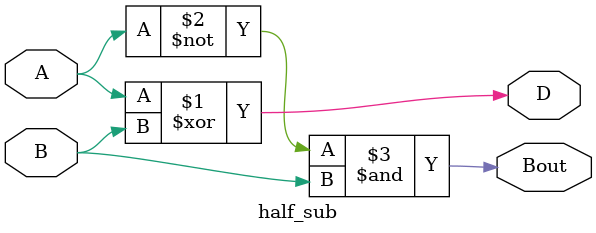
<source format=v>
module half_sub (
	input wire A,
	input wire B,
	output wire D,
	output wire Bout
);
assign D = A ^ B;
assign Bout = ~A & B;
endmodule

</source>
